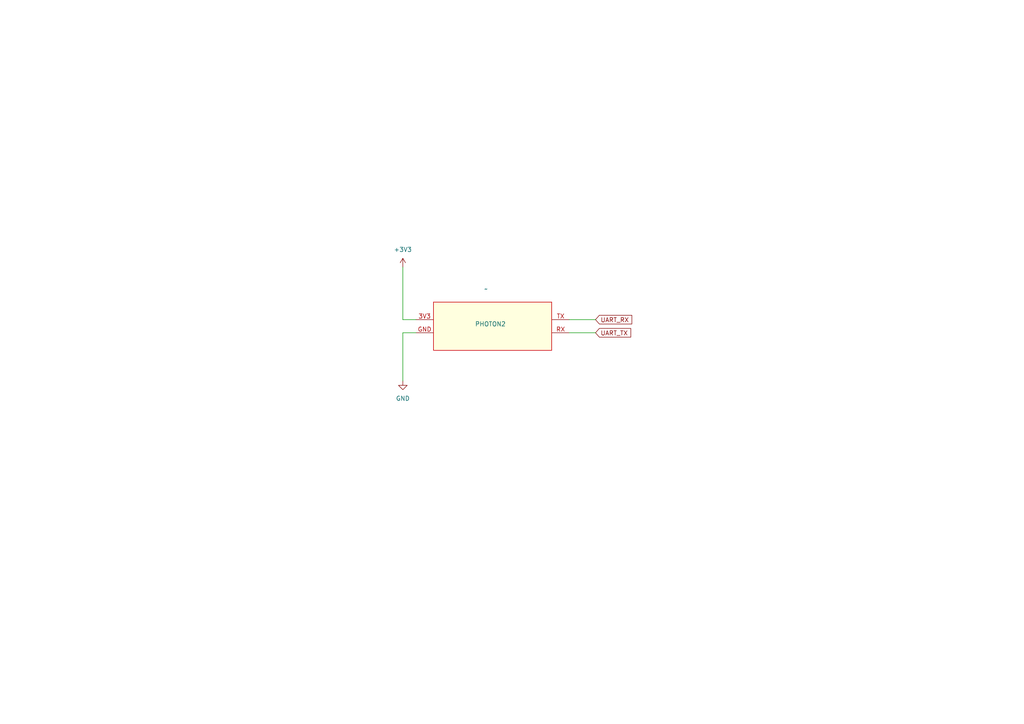
<source format=kicad_sch>
(kicad_sch (version 20230121) (generator eeschema)
  (paper "A4")
  (lib_symbols
    (symbol "New_Library:Photon2"
      (property "Reference" "PHOTON" (at 0 31.75 0))
      (symbol "Photon2_1_1"
        (rectangle (start -15.24 29.21) (end 19.05 15.24) (stroke (width 0.2) (color 207 12 20 1)) (fill (type color) (color 255 255 223 1)))
        (pin power_in line (at -20.32 24.13 0) (length 5) (name "") (number "3V3"))
        (pin power_out line (at -20.32 20.32 0) (length 5) (name "") (number "GND"))
        (pin bidirectional line (at 24.13 20.32 180) (length 5) (name "") (number "RX"))
        (pin bidirectional line (at 24.13 24.13 180) (length 5) (name "") (number "TX"))
      )
    )
    (symbol "power:+3V3" (power) (pin_names (offset 0))
      (property "Value" "+3V3" (at 0 3.556 0))
      (symbol "+3V3_0_1"
        (polyline (pts (xy -0.762 1.27) (xy 0 2.54)))
        (polyline (pts (xy 0 0) (xy 0 2.54)))
        (polyline (pts (xy 0 2.54) (xy 0.762 1.27)))
      )
      (symbol "+3V3_1_1"
        (pin power_in line (at 0 0 90) (length 0) hide (name "+3V3") (number "1"))
      )
    )
    (symbol "power:GND" (power) (pin_names (offset 0))
      (property "Value" "GND" (at 0 -3.81 0))
      (symbol "GND_0_1"
        (polyline (pts (xy 0 0) (xy 0 -1.27) (xy 1.27 -1.27) (xy 0 -2.54) (xy -1.27 -1.27) (xy 0 -1.27)))
      )
      (symbol "GND_1_1"
        (pin power_in line (at 0 0 270) (length 0) hide (name "GND") (number "1"))
      )
    )
  )
  (wire (pts (xy 116.84 92.71) (xy 116.84 77.47)))
  (wire (pts (xy 165.1 92.71) (xy 172.72 92.71)))
  (wire (pts (xy 120.65 96.52) (xy 116.84 96.52)))
  (wire (pts (xy 120.65 92.71) (xy 116.84 92.71)))
  (wire (pts (xy 165.1 96.52) (xy 172.72 96.52)))
  (wire (pts (xy 116.84 96.52) (xy 116.84 110.49)))
  (global_label "UART_RX" (shape input) (at 172.72 92.71 0) (property "Intersheetrefs" "${INTERSHEET_REFS}" (effects hide)))
  (global_label "UART_TX" (shape input) (at 172.72 96.52 0) (property "Intersheetrefs" "${INTERSHEET_REFS}" (effects hide)))
  (symbol (lib_id "power:GND") (at 116.84 110.49 0) (unit 1)
    (property "Reference" "#PWR018" (effects hide))
    (property "Value" "GND" (at 116.84 115.57 0))
  )
  (symbol (lib_id "New_Library:Photon2") (at 140.97 116.84 0) (unit 1)
    (property "Reference" "PHOTON2" (at 142.24 93.98 0))
    (property "Value" "~" (at 140.97 83.82 0))
    (instances (project "MaisonEtape1" (path "" (reference "PHOTON2") (unit 1)) (path "" (reference "PHOTON1") (unit 1))))
  )
  (symbol (lib_id "power:+3V3") (at 116.84 77.47 0) (unit 1)
    (property "Reference" "#PWR019" (effects hide))
    (property "Value" "+3V3" (at 116.84 72.39 0))
  )
)
</source>
